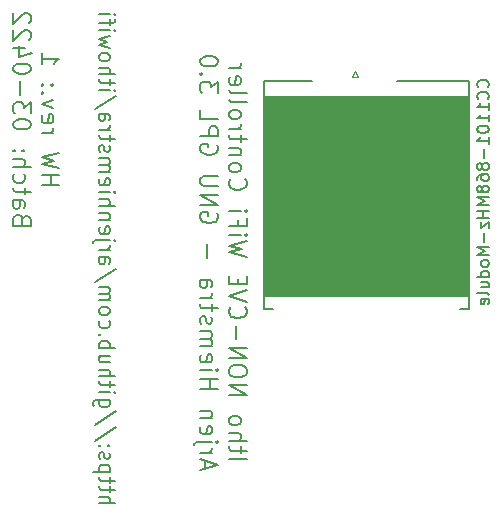
<source format=gbo>
G04 #@! TF.GenerationSoftware,KiCad,Pcbnew,(6.0.1-0)*
G04 #@! TF.CreationDate,2022-01-18T00:45:38+01:00*
G04 #@! TF.ProjectId,ithowifi_4l,6974686f-7769-4666-995f-346c2e6b6963,rev?*
G04 #@! TF.SameCoordinates,Original*
G04 #@! TF.FileFunction,Legend,Bot*
G04 #@! TF.FilePolarity,Positive*
%FSLAX46Y46*%
G04 Gerber Fmt 4.6, Leading zero omitted, Abs format (unit mm)*
G04 Created by KiCad (PCBNEW (6.0.1-0)) date 2022-01-18 00:45:38*
%MOMM*%
%LPD*%
G01*
G04 APERTURE LIST*
%ADD10C,0.100000*%
%ADD11C,0.200000*%
%ADD12C,0.150000*%
%ADD13C,0.120000*%
G04 APERTURE END LIST*
D10*
X104504000Y-131809200D02*
X87257400Y-131809200D01*
X87257400Y-131809200D02*
X87232000Y-114842000D01*
X87232000Y-114842000D02*
X104504000Y-114842000D01*
X104504000Y-114842000D02*
X104504000Y-131809200D01*
G36*
X104504000Y-131809200D02*
G01*
X87257400Y-131809200D01*
X87232000Y-114842000D01*
X104504000Y-114842000D01*
X104504000Y-131809200D01*
G37*
X104504000Y-131809200D02*
X87257400Y-131809200D01*
X87232000Y-114842000D01*
X104504000Y-114842000D01*
X104504000Y-131809200D01*
D11*
X84221928Y-145598657D02*
X85721928Y-145598657D01*
X85221928Y-145098657D02*
X85221928Y-144527228D01*
X85721928Y-144884371D02*
X84436214Y-144884371D01*
X84293357Y-144812942D01*
X84221928Y-144670085D01*
X84221928Y-144527228D01*
X84221928Y-144027228D02*
X85721928Y-144027228D01*
X84221928Y-143384371D02*
X85007642Y-143384371D01*
X85150500Y-143455800D01*
X85221928Y-143598657D01*
X85221928Y-143812942D01*
X85150500Y-143955800D01*
X85079071Y-144027228D01*
X84221928Y-142455800D02*
X84293357Y-142598657D01*
X84364785Y-142670085D01*
X84507642Y-142741514D01*
X84936214Y-142741514D01*
X85079071Y-142670085D01*
X85150500Y-142598657D01*
X85221928Y-142455800D01*
X85221928Y-142241514D01*
X85150500Y-142098657D01*
X85079071Y-142027228D01*
X84936214Y-141955800D01*
X84507642Y-141955800D01*
X84364785Y-142027228D01*
X84293357Y-142098657D01*
X84221928Y-142241514D01*
X84221928Y-142455800D01*
X84221928Y-140170085D02*
X85721928Y-140170085D01*
X84221928Y-139312942D01*
X85721928Y-139312942D01*
X85721928Y-138312942D02*
X85721928Y-138027228D01*
X85650500Y-137884371D01*
X85507642Y-137741514D01*
X85221928Y-137670085D01*
X84721928Y-137670085D01*
X84436214Y-137741514D01*
X84293357Y-137884371D01*
X84221928Y-138027228D01*
X84221928Y-138312942D01*
X84293357Y-138455800D01*
X84436214Y-138598657D01*
X84721928Y-138670085D01*
X85221928Y-138670085D01*
X85507642Y-138598657D01*
X85650500Y-138455800D01*
X85721928Y-138312942D01*
X84221928Y-137027228D02*
X85721928Y-137027228D01*
X84221928Y-136170085D01*
X85721928Y-136170085D01*
X84793357Y-135455800D02*
X84793357Y-134312942D01*
X84364785Y-132741514D02*
X84293357Y-132812942D01*
X84221928Y-133027228D01*
X84221928Y-133170085D01*
X84293357Y-133384371D01*
X84436214Y-133527228D01*
X84579071Y-133598657D01*
X84864785Y-133670085D01*
X85079071Y-133670085D01*
X85364785Y-133598657D01*
X85507642Y-133527228D01*
X85650500Y-133384371D01*
X85721928Y-133170085D01*
X85721928Y-133027228D01*
X85650500Y-132812942D01*
X85579071Y-132741514D01*
X85721928Y-132312942D02*
X84221928Y-131812942D01*
X85721928Y-131312942D01*
X85007642Y-130812942D02*
X85007642Y-130312942D01*
X84221928Y-130098657D02*
X84221928Y-130812942D01*
X85721928Y-130812942D01*
X85721928Y-130098657D01*
X85721928Y-128455800D02*
X84221928Y-128098657D01*
X85293357Y-127812942D01*
X84221928Y-127527228D01*
X85721928Y-127170085D01*
X84221928Y-126598657D02*
X85221928Y-126598657D01*
X85721928Y-126598657D02*
X85650500Y-126670085D01*
X85579071Y-126598657D01*
X85650500Y-126527228D01*
X85721928Y-126598657D01*
X85579071Y-126598657D01*
X85007642Y-125384371D02*
X85007642Y-125884371D01*
X84221928Y-125884371D02*
X85721928Y-125884371D01*
X85721928Y-125170085D01*
X84221928Y-124598657D02*
X85221928Y-124598657D01*
X85721928Y-124598657D02*
X85650500Y-124670085D01*
X85579071Y-124598657D01*
X85650500Y-124527228D01*
X85721928Y-124598657D01*
X85579071Y-124598657D01*
X84364785Y-121884371D02*
X84293357Y-121955800D01*
X84221928Y-122170085D01*
X84221928Y-122312942D01*
X84293357Y-122527228D01*
X84436214Y-122670085D01*
X84579071Y-122741514D01*
X84864785Y-122812942D01*
X85079071Y-122812942D01*
X85364785Y-122741514D01*
X85507642Y-122670085D01*
X85650500Y-122527228D01*
X85721928Y-122312942D01*
X85721928Y-122170085D01*
X85650500Y-121955800D01*
X85579071Y-121884371D01*
X84221928Y-121027228D02*
X84293357Y-121170085D01*
X84364785Y-121241514D01*
X84507642Y-121312942D01*
X84936214Y-121312942D01*
X85079071Y-121241514D01*
X85150500Y-121170085D01*
X85221928Y-121027228D01*
X85221928Y-120812942D01*
X85150500Y-120670085D01*
X85079071Y-120598657D01*
X84936214Y-120527228D01*
X84507642Y-120527228D01*
X84364785Y-120598657D01*
X84293357Y-120670085D01*
X84221928Y-120812942D01*
X84221928Y-121027228D01*
X85221928Y-119884371D02*
X84221928Y-119884371D01*
X85079071Y-119884371D02*
X85150500Y-119812942D01*
X85221928Y-119670085D01*
X85221928Y-119455800D01*
X85150500Y-119312942D01*
X85007642Y-119241514D01*
X84221928Y-119241514D01*
X85221928Y-118741514D02*
X85221928Y-118170085D01*
X85721928Y-118527228D02*
X84436214Y-118527228D01*
X84293357Y-118455800D01*
X84221928Y-118312942D01*
X84221928Y-118170085D01*
X84221928Y-117670085D02*
X85221928Y-117670085D01*
X84936214Y-117670085D02*
X85079071Y-117598657D01*
X85150500Y-117527228D01*
X85221928Y-117384371D01*
X85221928Y-117241514D01*
X84221928Y-116527228D02*
X84293357Y-116670085D01*
X84364785Y-116741514D01*
X84507642Y-116812942D01*
X84936214Y-116812942D01*
X85079071Y-116741514D01*
X85150500Y-116670085D01*
X85221928Y-116527228D01*
X85221928Y-116312942D01*
X85150500Y-116170085D01*
X85079071Y-116098657D01*
X84936214Y-116027228D01*
X84507642Y-116027228D01*
X84364785Y-116098657D01*
X84293357Y-116170085D01*
X84221928Y-116312942D01*
X84221928Y-116527228D01*
X84221928Y-115170085D02*
X84293357Y-115312942D01*
X84436214Y-115384371D01*
X85721928Y-115384371D01*
X84221928Y-114384371D02*
X84293357Y-114527228D01*
X84436214Y-114598657D01*
X85721928Y-114598657D01*
X84293357Y-113241514D02*
X84221928Y-113384371D01*
X84221928Y-113670085D01*
X84293357Y-113812942D01*
X84436214Y-113884371D01*
X85007642Y-113884371D01*
X85150500Y-113812942D01*
X85221928Y-113670085D01*
X85221928Y-113384371D01*
X85150500Y-113241514D01*
X85007642Y-113170085D01*
X84864785Y-113170085D01*
X84721928Y-113884371D01*
X84221928Y-112527228D02*
X85221928Y-112527228D01*
X84936214Y-112527228D02*
X85079071Y-112455800D01*
X85150500Y-112384371D01*
X85221928Y-112241514D01*
X85221928Y-112098657D01*
X82235500Y-146420085D02*
X82235500Y-145705800D01*
X81806928Y-146562942D02*
X83306928Y-146062942D01*
X81806928Y-145562942D01*
X81806928Y-145062942D02*
X82806928Y-145062942D01*
X82521214Y-145062942D02*
X82664071Y-144991514D01*
X82735500Y-144920085D01*
X82806928Y-144777228D01*
X82806928Y-144634371D01*
X82806928Y-144134371D02*
X81521214Y-144134371D01*
X81378357Y-144205800D01*
X81306928Y-144348657D01*
X81306928Y-144420085D01*
X83306928Y-144134371D02*
X83235500Y-144205800D01*
X83164071Y-144134371D01*
X83235500Y-144062942D01*
X83306928Y-144134371D01*
X83164071Y-144134371D01*
X81878357Y-142848657D02*
X81806928Y-142991514D01*
X81806928Y-143277228D01*
X81878357Y-143420085D01*
X82021214Y-143491514D01*
X82592642Y-143491514D01*
X82735500Y-143420085D01*
X82806928Y-143277228D01*
X82806928Y-142991514D01*
X82735500Y-142848657D01*
X82592642Y-142777228D01*
X82449785Y-142777228D01*
X82306928Y-143491514D01*
X82806928Y-142134371D02*
X81806928Y-142134371D01*
X82664071Y-142134371D02*
X82735500Y-142062942D01*
X82806928Y-141920085D01*
X82806928Y-141705800D01*
X82735500Y-141562942D01*
X82592642Y-141491514D01*
X81806928Y-141491514D01*
X81806928Y-139634371D02*
X83306928Y-139634371D01*
X82592642Y-139634371D02*
X82592642Y-138777228D01*
X81806928Y-138777228D02*
X83306928Y-138777228D01*
X81806928Y-138062942D02*
X82806928Y-138062942D01*
X83306928Y-138062942D02*
X83235500Y-138134371D01*
X83164071Y-138062942D01*
X83235500Y-137991514D01*
X83306928Y-138062942D01*
X83164071Y-138062942D01*
X81878357Y-136777228D02*
X81806928Y-136920085D01*
X81806928Y-137205800D01*
X81878357Y-137348657D01*
X82021214Y-137420085D01*
X82592642Y-137420085D01*
X82735500Y-137348657D01*
X82806928Y-137205800D01*
X82806928Y-136920085D01*
X82735500Y-136777228D01*
X82592642Y-136705800D01*
X82449785Y-136705800D01*
X82306928Y-137420085D01*
X81806928Y-136062942D02*
X82806928Y-136062942D01*
X82664071Y-136062942D02*
X82735500Y-135991514D01*
X82806928Y-135848657D01*
X82806928Y-135634371D01*
X82735500Y-135491514D01*
X82592642Y-135420085D01*
X81806928Y-135420085D01*
X82592642Y-135420085D02*
X82735500Y-135348657D01*
X82806928Y-135205800D01*
X82806928Y-134991514D01*
X82735500Y-134848657D01*
X82592642Y-134777228D01*
X81806928Y-134777228D01*
X81878357Y-134134371D02*
X81806928Y-133991514D01*
X81806928Y-133705800D01*
X81878357Y-133562942D01*
X82021214Y-133491514D01*
X82092642Y-133491514D01*
X82235500Y-133562942D01*
X82306928Y-133705800D01*
X82306928Y-133920085D01*
X82378357Y-134062942D01*
X82521214Y-134134371D01*
X82592642Y-134134371D01*
X82735500Y-134062942D01*
X82806928Y-133920085D01*
X82806928Y-133705800D01*
X82735500Y-133562942D01*
X82806928Y-133062942D02*
X82806928Y-132491514D01*
X83306928Y-132848657D02*
X82021214Y-132848657D01*
X81878357Y-132777228D01*
X81806928Y-132634371D01*
X81806928Y-132491514D01*
X81806928Y-131991514D02*
X82806928Y-131991514D01*
X82521214Y-131991514D02*
X82664071Y-131920085D01*
X82735500Y-131848657D01*
X82806928Y-131705800D01*
X82806928Y-131562942D01*
X81806928Y-130420085D02*
X82592642Y-130420085D01*
X82735500Y-130491514D01*
X82806928Y-130634371D01*
X82806928Y-130920085D01*
X82735500Y-131062942D01*
X81878357Y-130420085D02*
X81806928Y-130562942D01*
X81806928Y-130920085D01*
X81878357Y-131062942D01*
X82021214Y-131134371D01*
X82164071Y-131134371D01*
X82306928Y-131062942D01*
X82378357Y-130920085D01*
X82378357Y-130562942D01*
X82449785Y-130420085D01*
X82378357Y-128562942D02*
X82378357Y-127420085D01*
X83235500Y-124777228D02*
X83306928Y-124920085D01*
X83306928Y-125134371D01*
X83235500Y-125348657D01*
X83092642Y-125491514D01*
X82949785Y-125562942D01*
X82664071Y-125634371D01*
X82449785Y-125634371D01*
X82164071Y-125562942D01*
X82021214Y-125491514D01*
X81878357Y-125348657D01*
X81806928Y-125134371D01*
X81806928Y-124991514D01*
X81878357Y-124777228D01*
X81949785Y-124705800D01*
X82449785Y-124705800D01*
X82449785Y-124991514D01*
X81806928Y-124062942D02*
X83306928Y-124062942D01*
X81806928Y-123205800D01*
X83306928Y-123205800D01*
X83306928Y-122491514D02*
X82092642Y-122491514D01*
X81949785Y-122420085D01*
X81878357Y-122348657D01*
X81806928Y-122205800D01*
X81806928Y-121920085D01*
X81878357Y-121777228D01*
X81949785Y-121705800D01*
X82092642Y-121634371D01*
X83306928Y-121634371D01*
X83235500Y-118991514D02*
X83306928Y-119134371D01*
X83306928Y-119348657D01*
X83235500Y-119562942D01*
X83092642Y-119705800D01*
X82949785Y-119777228D01*
X82664071Y-119848657D01*
X82449785Y-119848657D01*
X82164071Y-119777228D01*
X82021214Y-119705800D01*
X81878357Y-119562942D01*
X81806928Y-119348657D01*
X81806928Y-119205800D01*
X81878357Y-118991514D01*
X81949785Y-118920085D01*
X82449785Y-118920085D01*
X82449785Y-119205800D01*
X81806928Y-118277228D02*
X83306928Y-118277228D01*
X83306928Y-117705800D01*
X83235500Y-117562942D01*
X83164071Y-117491514D01*
X83021214Y-117420085D01*
X82806928Y-117420085D01*
X82664071Y-117491514D01*
X82592642Y-117562942D01*
X82521214Y-117705800D01*
X82521214Y-118277228D01*
X81806928Y-116062942D02*
X81806928Y-116777228D01*
X83306928Y-116777228D01*
X83306928Y-114562942D02*
X83306928Y-113634371D01*
X82735500Y-114134371D01*
X82735500Y-113920085D01*
X82664071Y-113777228D01*
X82592642Y-113705800D01*
X82449785Y-113634371D01*
X82092642Y-113634371D01*
X81949785Y-113705800D01*
X81878357Y-113777228D01*
X81806928Y-113920085D01*
X81806928Y-114348657D01*
X81878357Y-114491514D01*
X81949785Y-114562942D01*
X81949785Y-112991514D02*
X81878357Y-112920085D01*
X81806928Y-112991514D01*
X81878357Y-113062942D01*
X81949785Y-112991514D01*
X81806928Y-112991514D01*
X83306928Y-111991514D02*
X83306928Y-111848657D01*
X83235500Y-111705800D01*
X83164071Y-111634371D01*
X83021214Y-111562942D01*
X82735500Y-111491514D01*
X82378357Y-111491514D01*
X82092642Y-111562942D01*
X81949785Y-111634371D01*
X81878357Y-111705800D01*
X81806928Y-111848657D01*
X81806928Y-111991514D01*
X81878357Y-112134371D01*
X81949785Y-112205800D01*
X82092642Y-112277228D01*
X82378357Y-112348657D01*
X82735500Y-112348657D01*
X83021214Y-112277228D01*
X83164071Y-112205800D01*
X83235500Y-112134371D01*
X83306928Y-111991514D01*
X73217166Y-149358142D02*
X74617166Y-149358142D01*
X73217166Y-148801000D02*
X73950500Y-148801000D01*
X74083833Y-148862904D01*
X74150500Y-148986714D01*
X74150500Y-149172428D01*
X74083833Y-149296238D01*
X74017166Y-149358142D01*
X74150500Y-148367666D02*
X74150500Y-147872428D01*
X74617166Y-148181952D02*
X73417166Y-148181952D01*
X73283833Y-148120047D01*
X73217166Y-147996238D01*
X73217166Y-147872428D01*
X74150500Y-147624809D02*
X74150500Y-147129571D01*
X74617166Y-147439095D02*
X73417166Y-147439095D01*
X73283833Y-147377190D01*
X73217166Y-147253380D01*
X73217166Y-147129571D01*
X74150500Y-146696238D02*
X72750500Y-146696238D01*
X74083833Y-146696238D02*
X74150500Y-146572428D01*
X74150500Y-146324809D01*
X74083833Y-146201000D01*
X74017166Y-146139095D01*
X73883833Y-146077190D01*
X73483833Y-146077190D01*
X73350500Y-146139095D01*
X73283833Y-146201000D01*
X73217166Y-146324809D01*
X73217166Y-146572428D01*
X73283833Y-146696238D01*
X73283833Y-145581952D02*
X73217166Y-145458142D01*
X73217166Y-145210523D01*
X73283833Y-145086714D01*
X73417166Y-145024809D01*
X73483833Y-145024809D01*
X73617166Y-145086714D01*
X73683833Y-145210523D01*
X73683833Y-145396238D01*
X73750500Y-145520047D01*
X73883833Y-145581952D01*
X73950500Y-145581952D01*
X74083833Y-145520047D01*
X74150500Y-145396238D01*
X74150500Y-145210523D01*
X74083833Y-145086714D01*
X73350500Y-144467666D02*
X73283833Y-144405761D01*
X73217166Y-144467666D01*
X73283833Y-144529571D01*
X73350500Y-144467666D01*
X73217166Y-144467666D01*
X74083833Y-144467666D02*
X74017166Y-144405761D01*
X73950500Y-144467666D01*
X74017166Y-144529571D01*
X74083833Y-144467666D01*
X73950500Y-144467666D01*
X74683833Y-142920047D02*
X72883833Y-144034333D01*
X74683833Y-141558142D02*
X72883833Y-142672428D01*
X74150500Y-140567666D02*
X73017166Y-140567666D01*
X72883833Y-140629571D01*
X72817166Y-140691476D01*
X72750500Y-140815285D01*
X72750500Y-141001000D01*
X72817166Y-141124809D01*
X73283833Y-140567666D02*
X73217166Y-140691476D01*
X73217166Y-140939095D01*
X73283833Y-141062904D01*
X73350500Y-141124809D01*
X73483833Y-141186714D01*
X73883833Y-141186714D01*
X74017166Y-141124809D01*
X74083833Y-141062904D01*
X74150500Y-140939095D01*
X74150500Y-140691476D01*
X74083833Y-140567666D01*
X73217166Y-139948619D02*
X74150500Y-139948619D01*
X74617166Y-139948619D02*
X74550500Y-140010523D01*
X74483833Y-139948619D01*
X74550500Y-139886714D01*
X74617166Y-139948619D01*
X74483833Y-139948619D01*
X74150500Y-139515285D02*
X74150500Y-139020047D01*
X74617166Y-139329571D02*
X73417166Y-139329571D01*
X73283833Y-139267666D01*
X73217166Y-139143857D01*
X73217166Y-139020047D01*
X73217166Y-138586714D02*
X74617166Y-138586714D01*
X73217166Y-138029571D02*
X73950500Y-138029571D01*
X74083833Y-138091476D01*
X74150500Y-138215285D01*
X74150500Y-138401000D01*
X74083833Y-138524809D01*
X74017166Y-138586714D01*
X74150500Y-136853380D02*
X73217166Y-136853380D01*
X74150500Y-137410523D02*
X73417166Y-137410523D01*
X73283833Y-137348619D01*
X73217166Y-137224809D01*
X73217166Y-137039095D01*
X73283833Y-136915285D01*
X73350500Y-136853380D01*
X73217166Y-136234333D02*
X74617166Y-136234333D01*
X74083833Y-136234333D02*
X74150500Y-136110523D01*
X74150500Y-135862904D01*
X74083833Y-135739095D01*
X74017166Y-135677190D01*
X73883833Y-135615285D01*
X73483833Y-135615285D01*
X73350500Y-135677190D01*
X73283833Y-135739095D01*
X73217166Y-135862904D01*
X73217166Y-136110523D01*
X73283833Y-136234333D01*
X73350500Y-135058142D02*
X73283833Y-134996238D01*
X73217166Y-135058142D01*
X73283833Y-135120047D01*
X73350500Y-135058142D01*
X73217166Y-135058142D01*
X73283833Y-133881952D02*
X73217166Y-134005761D01*
X73217166Y-134253380D01*
X73283833Y-134377190D01*
X73350500Y-134439095D01*
X73483833Y-134501000D01*
X73883833Y-134501000D01*
X74017166Y-134439095D01*
X74083833Y-134377190D01*
X74150500Y-134253380D01*
X74150500Y-134005761D01*
X74083833Y-133881952D01*
X73217166Y-133139095D02*
X73283833Y-133262904D01*
X73350500Y-133324809D01*
X73483833Y-133386714D01*
X73883833Y-133386714D01*
X74017166Y-133324809D01*
X74083833Y-133262904D01*
X74150500Y-133139095D01*
X74150500Y-132953380D01*
X74083833Y-132829571D01*
X74017166Y-132767666D01*
X73883833Y-132705761D01*
X73483833Y-132705761D01*
X73350500Y-132767666D01*
X73283833Y-132829571D01*
X73217166Y-132953380D01*
X73217166Y-133139095D01*
X73217166Y-132148619D02*
X74150500Y-132148619D01*
X74017166Y-132148619D02*
X74083833Y-132086714D01*
X74150500Y-131962904D01*
X74150500Y-131777190D01*
X74083833Y-131653380D01*
X73950500Y-131591476D01*
X73217166Y-131591476D01*
X73950500Y-131591476D02*
X74083833Y-131529571D01*
X74150500Y-131405761D01*
X74150500Y-131220047D01*
X74083833Y-131096238D01*
X73950500Y-131034333D01*
X73217166Y-131034333D01*
X74683833Y-129486714D02*
X72883833Y-130601000D01*
X73217166Y-128496238D02*
X73950500Y-128496238D01*
X74083833Y-128558142D01*
X74150500Y-128681952D01*
X74150500Y-128929571D01*
X74083833Y-129053380D01*
X73283833Y-128496238D02*
X73217166Y-128620047D01*
X73217166Y-128929571D01*
X73283833Y-129053380D01*
X73417166Y-129115285D01*
X73550500Y-129115285D01*
X73683833Y-129053380D01*
X73750500Y-128929571D01*
X73750500Y-128620047D01*
X73817166Y-128496238D01*
X73217166Y-127877190D02*
X74150500Y-127877190D01*
X73883833Y-127877190D02*
X74017166Y-127815285D01*
X74083833Y-127753380D01*
X74150500Y-127629571D01*
X74150500Y-127505761D01*
X74150500Y-127072428D02*
X72950500Y-127072428D01*
X72817166Y-127134333D01*
X72750500Y-127258142D01*
X72750500Y-127320047D01*
X74617166Y-127072428D02*
X74550500Y-127134333D01*
X74483833Y-127072428D01*
X74550500Y-127010523D01*
X74617166Y-127072428D01*
X74483833Y-127072428D01*
X73283833Y-125958142D02*
X73217166Y-126081952D01*
X73217166Y-126329571D01*
X73283833Y-126453380D01*
X73417166Y-126515285D01*
X73950500Y-126515285D01*
X74083833Y-126453380D01*
X74150500Y-126329571D01*
X74150500Y-126081952D01*
X74083833Y-125958142D01*
X73950500Y-125896238D01*
X73817166Y-125896238D01*
X73683833Y-126515285D01*
X74150500Y-125339095D02*
X73217166Y-125339095D01*
X74017166Y-125339095D02*
X74083833Y-125277190D01*
X74150500Y-125153380D01*
X74150500Y-124967666D01*
X74083833Y-124843857D01*
X73950500Y-124781952D01*
X73217166Y-124781952D01*
X73217166Y-124162904D02*
X74617166Y-124162904D01*
X73217166Y-123605761D02*
X73950500Y-123605761D01*
X74083833Y-123667666D01*
X74150500Y-123791476D01*
X74150500Y-123977190D01*
X74083833Y-124101000D01*
X74017166Y-124162904D01*
X73217166Y-122986714D02*
X74150500Y-122986714D01*
X74617166Y-122986714D02*
X74550500Y-123048619D01*
X74483833Y-122986714D01*
X74550500Y-122924809D01*
X74617166Y-122986714D01*
X74483833Y-122986714D01*
X73283833Y-121872428D02*
X73217166Y-121996238D01*
X73217166Y-122243857D01*
X73283833Y-122367666D01*
X73417166Y-122429571D01*
X73950500Y-122429571D01*
X74083833Y-122367666D01*
X74150500Y-122243857D01*
X74150500Y-121996238D01*
X74083833Y-121872428D01*
X73950500Y-121810523D01*
X73817166Y-121810523D01*
X73683833Y-122429571D01*
X73217166Y-121253380D02*
X74150500Y-121253380D01*
X74017166Y-121253380D02*
X74083833Y-121191476D01*
X74150500Y-121067666D01*
X74150500Y-120881952D01*
X74083833Y-120758142D01*
X73950500Y-120696238D01*
X73217166Y-120696238D01*
X73950500Y-120696238D02*
X74083833Y-120634333D01*
X74150500Y-120510523D01*
X74150500Y-120324809D01*
X74083833Y-120201000D01*
X73950500Y-120139095D01*
X73217166Y-120139095D01*
X73283833Y-119581952D02*
X73217166Y-119458142D01*
X73217166Y-119210523D01*
X73283833Y-119086714D01*
X73417166Y-119024809D01*
X73483833Y-119024809D01*
X73617166Y-119086714D01*
X73683833Y-119210523D01*
X73683833Y-119396238D01*
X73750500Y-119520047D01*
X73883833Y-119581952D01*
X73950500Y-119581952D01*
X74083833Y-119520047D01*
X74150500Y-119396238D01*
X74150500Y-119210523D01*
X74083833Y-119086714D01*
X74150500Y-118653380D02*
X74150500Y-118158142D01*
X74617166Y-118467666D02*
X73417166Y-118467666D01*
X73283833Y-118405761D01*
X73217166Y-118281952D01*
X73217166Y-118158142D01*
X73217166Y-117724809D02*
X74150500Y-117724809D01*
X73883833Y-117724809D02*
X74017166Y-117662904D01*
X74083833Y-117600999D01*
X74150500Y-117477190D01*
X74150500Y-117353380D01*
X73217166Y-116362904D02*
X73950500Y-116362904D01*
X74083833Y-116424809D01*
X74150500Y-116548619D01*
X74150500Y-116796238D01*
X74083833Y-116920047D01*
X73283833Y-116362904D02*
X73217166Y-116486714D01*
X73217166Y-116796238D01*
X73283833Y-116920047D01*
X73417166Y-116981952D01*
X73550500Y-116981952D01*
X73683833Y-116920047D01*
X73750500Y-116796238D01*
X73750500Y-116486714D01*
X73817166Y-116362904D01*
X74683833Y-114815285D02*
X72883833Y-115929571D01*
X73217166Y-114381952D02*
X74150500Y-114381952D01*
X74617166Y-114381952D02*
X74550500Y-114443857D01*
X74483833Y-114381952D01*
X74550500Y-114320047D01*
X74617166Y-114381952D01*
X74483833Y-114381952D01*
X74150500Y-113948619D02*
X74150500Y-113453380D01*
X74617166Y-113762904D02*
X73417166Y-113762904D01*
X73283833Y-113701000D01*
X73217166Y-113577190D01*
X73217166Y-113453380D01*
X73217166Y-113020047D02*
X74617166Y-113020047D01*
X73217166Y-112462904D02*
X73950500Y-112462904D01*
X74083833Y-112524809D01*
X74150500Y-112648619D01*
X74150500Y-112834333D01*
X74083833Y-112958142D01*
X74017166Y-113020047D01*
X73217166Y-111658142D02*
X73283833Y-111781952D01*
X73350500Y-111843857D01*
X73483833Y-111905761D01*
X73883833Y-111905761D01*
X74017166Y-111843857D01*
X74083833Y-111781952D01*
X74150500Y-111658142D01*
X74150500Y-111472428D01*
X74083833Y-111348619D01*
X74017166Y-111286714D01*
X73883833Y-111224809D01*
X73483833Y-111224809D01*
X73350500Y-111286714D01*
X73283833Y-111348619D01*
X73217166Y-111472428D01*
X73217166Y-111658142D01*
X74150500Y-110791476D02*
X73217166Y-110543857D01*
X73883833Y-110296238D01*
X73217166Y-110048619D01*
X74150500Y-109801000D01*
X73217166Y-109305761D02*
X74150500Y-109305761D01*
X74617166Y-109305761D02*
X74550500Y-109367666D01*
X74483833Y-109305761D01*
X74550500Y-109243857D01*
X74617166Y-109305761D01*
X74483833Y-109305761D01*
X74150500Y-108872428D02*
X74150500Y-108377190D01*
X73217166Y-108686714D02*
X74417166Y-108686714D01*
X74550500Y-108624809D01*
X74617166Y-108501000D01*
X74617166Y-108377190D01*
X73217166Y-107943857D02*
X74150500Y-107943857D01*
X74617166Y-107943857D02*
X74550500Y-108005761D01*
X74483833Y-107943857D01*
X74550500Y-107881952D01*
X74617166Y-107943857D01*
X74483833Y-107943857D01*
X68372328Y-122401114D02*
X69872328Y-122401114D01*
X69158042Y-122401114D02*
X69158042Y-121543971D01*
X68372328Y-121543971D02*
X69872328Y-121543971D01*
X69872328Y-120972542D02*
X68372328Y-120615400D01*
X69443757Y-120329685D01*
X68372328Y-120043971D01*
X69872328Y-119686828D01*
X68372328Y-117972542D02*
X69372328Y-117972542D01*
X69086614Y-117972542D02*
X69229471Y-117901114D01*
X69300900Y-117829685D01*
X69372328Y-117686828D01*
X69372328Y-117543971D01*
X68443757Y-116472542D02*
X68372328Y-116615400D01*
X68372328Y-116901114D01*
X68443757Y-117043971D01*
X68586614Y-117115400D01*
X69158042Y-117115400D01*
X69300900Y-117043971D01*
X69372328Y-116901114D01*
X69372328Y-116615400D01*
X69300900Y-116472542D01*
X69158042Y-116401114D01*
X69015185Y-116401114D01*
X68872328Y-117115400D01*
X69372328Y-115901114D02*
X68372328Y-115543971D01*
X69372328Y-115186828D01*
X68515185Y-114615400D02*
X68443757Y-114543971D01*
X68372328Y-114615400D01*
X68443757Y-114686828D01*
X68515185Y-114615400D01*
X68372328Y-114615400D01*
X68515185Y-113901114D02*
X68443757Y-113829685D01*
X68372328Y-113901114D01*
X68443757Y-113972542D01*
X68515185Y-113901114D01*
X68372328Y-113901114D01*
X69300900Y-113901114D02*
X69229471Y-113829685D01*
X69158042Y-113901114D01*
X69229471Y-113972542D01*
X69300900Y-113901114D01*
X69158042Y-113901114D01*
X68372328Y-111258257D02*
X68372328Y-112115400D01*
X68372328Y-111686828D02*
X69872328Y-111686828D01*
X69658042Y-111829685D01*
X69515185Y-111972542D01*
X69443757Y-112115400D01*
X66743042Y-125329685D02*
X66671614Y-125115400D01*
X66600185Y-125043971D01*
X66457328Y-124972542D01*
X66243042Y-124972542D01*
X66100185Y-125043971D01*
X66028757Y-125115400D01*
X65957328Y-125258257D01*
X65957328Y-125829685D01*
X67457328Y-125829685D01*
X67457328Y-125329685D01*
X67385900Y-125186828D01*
X67314471Y-125115400D01*
X67171614Y-125043971D01*
X67028757Y-125043971D01*
X66885900Y-125115400D01*
X66814471Y-125186828D01*
X66743042Y-125329685D01*
X66743042Y-125829685D01*
X65957328Y-123686828D02*
X66743042Y-123686828D01*
X66885900Y-123758257D01*
X66957328Y-123901114D01*
X66957328Y-124186828D01*
X66885900Y-124329685D01*
X66028757Y-123686828D02*
X65957328Y-123829685D01*
X65957328Y-124186828D01*
X66028757Y-124329685D01*
X66171614Y-124401114D01*
X66314471Y-124401114D01*
X66457328Y-124329685D01*
X66528757Y-124186828D01*
X66528757Y-123829685D01*
X66600185Y-123686828D01*
X66957328Y-123186828D02*
X66957328Y-122615400D01*
X67457328Y-122972542D02*
X66171614Y-122972542D01*
X66028757Y-122901114D01*
X65957328Y-122758257D01*
X65957328Y-122615400D01*
X66028757Y-121472542D02*
X65957328Y-121615400D01*
X65957328Y-121901114D01*
X66028757Y-122043971D01*
X66100185Y-122115400D01*
X66243042Y-122186828D01*
X66671614Y-122186828D01*
X66814471Y-122115400D01*
X66885900Y-122043971D01*
X66957328Y-121901114D01*
X66957328Y-121615400D01*
X66885900Y-121472542D01*
X65957328Y-120829685D02*
X67457328Y-120829685D01*
X65957328Y-120186828D02*
X66743042Y-120186828D01*
X66885900Y-120258257D01*
X66957328Y-120401114D01*
X66957328Y-120615400D01*
X66885900Y-120758257D01*
X66814471Y-120829685D01*
X66100185Y-119472542D02*
X66028757Y-119401114D01*
X65957328Y-119472542D01*
X66028757Y-119543971D01*
X66100185Y-119472542D01*
X65957328Y-119472542D01*
X66885900Y-119472542D02*
X66814471Y-119401114D01*
X66743042Y-119472542D01*
X66814471Y-119543971D01*
X66885900Y-119472542D01*
X66743042Y-119472542D01*
X67457328Y-117329685D02*
X67457328Y-117186828D01*
X67385900Y-117043971D01*
X67314471Y-116972542D01*
X67171614Y-116901114D01*
X66885900Y-116829685D01*
X66528757Y-116829685D01*
X66243042Y-116901114D01*
X66100185Y-116972542D01*
X66028757Y-117043971D01*
X65957328Y-117186828D01*
X65957328Y-117329685D01*
X66028757Y-117472542D01*
X66100185Y-117543971D01*
X66243042Y-117615400D01*
X66528757Y-117686828D01*
X66885900Y-117686828D01*
X67171614Y-117615400D01*
X67314471Y-117543971D01*
X67385900Y-117472542D01*
X67457328Y-117329685D01*
X67457328Y-116329685D02*
X67457328Y-115401114D01*
X66885900Y-115901114D01*
X66885900Y-115686828D01*
X66814471Y-115543971D01*
X66743042Y-115472542D01*
X66600185Y-115401114D01*
X66243042Y-115401114D01*
X66100185Y-115472542D01*
X66028757Y-115543971D01*
X65957328Y-115686828D01*
X65957328Y-116115400D01*
X66028757Y-116258257D01*
X66100185Y-116329685D01*
X66528757Y-114758257D02*
X66528757Y-113615400D01*
X67457328Y-112615400D02*
X67457328Y-112472542D01*
X67385900Y-112329685D01*
X67314471Y-112258257D01*
X67171614Y-112186828D01*
X66885900Y-112115400D01*
X66528757Y-112115400D01*
X66243042Y-112186828D01*
X66100185Y-112258257D01*
X66028757Y-112329685D01*
X65957328Y-112472542D01*
X65957328Y-112615400D01*
X66028757Y-112758257D01*
X66100185Y-112829685D01*
X66243042Y-112901114D01*
X66528757Y-112972542D01*
X66885900Y-112972542D01*
X67171614Y-112901114D01*
X67314471Y-112829685D01*
X67385900Y-112758257D01*
X67457328Y-112615400D01*
X66957328Y-110829685D02*
X65957328Y-110829685D01*
X67528757Y-111186828D02*
X66457328Y-111543971D01*
X66457328Y-110615400D01*
X67314471Y-110115400D02*
X67385900Y-110043971D01*
X67457328Y-109901114D01*
X67457328Y-109543971D01*
X67385900Y-109401114D01*
X67314471Y-109329685D01*
X67171614Y-109258257D01*
X67028757Y-109258257D01*
X66814471Y-109329685D01*
X65957328Y-110186828D01*
X65957328Y-109258257D01*
X67314471Y-108686828D02*
X67385900Y-108615400D01*
X67457328Y-108472542D01*
X67457328Y-108115400D01*
X67385900Y-107972542D01*
X67314471Y-107901114D01*
X67171614Y-107829685D01*
X67028757Y-107829685D01*
X66814471Y-107901114D01*
X65957328Y-108758257D01*
X65957328Y-107829685D01*
D12*
X106135142Y-114104047D02*
X106182761Y-114056428D01*
X106230380Y-113913571D01*
X106230380Y-113818333D01*
X106182761Y-113675476D01*
X106087523Y-113580238D01*
X105992285Y-113532619D01*
X105801809Y-113485000D01*
X105658952Y-113485000D01*
X105468476Y-113532619D01*
X105373238Y-113580238D01*
X105278000Y-113675476D01*
X105230380Y-113818333D01*
X105230380Y-113913571D01*
X105278000Y-114056428D01*
X105325619Y-114104047D01*
X106135142Y-115104047D02*
X106182761Y-115056428D01*
X106230380Y-114913571D01*
X106230380Y-114818333D01*
X106182761Y-114675476D01*
X106087523Y-114580238D01*
X105992285Y-114532619D01*
X105801809Y-114485000D01*
X105658952Y-114485000D01*
X105468476Y-114532619D01*
X105373238Y-114580238D01*
X105278000Y-114675476D01*
X105230380Y-114818333D01*
X105230380Y-114913571D01*
X105278000Y-115056428D01*
X105325619Y-115104047D01*
X106230380Y-116056428D02*
X106230380Y-115485000D01*
X106230380Y-115770714D02*
X105230380Y-115770714D01*
X105373238Y-115675476D01*
X105468476Y-115580238D01*
X105516095Y-115485000D01*
X106230380Y-117008809D02*
X106230380Y-116437380D01*
X106230380Y-116723095D02*
X105230380Y-116723095D01*
X105373238Y-116627857D01*
X105468476Y-116532619D01*
X105516095Y-116437380D01*
X105230380Y-117627857D02*
X105230380Y-117723095D01*
X105278000Y-117818333D01*
X105325619Y-117865952D01*
X105420857Y-117913571D01*
X105611333Y-117961190D01*
X105849428Y-117961190D01*
X106039904Y-117913571D01*
X106135142Y-117865952D01*
X106182761Y-117818333D01*
X106230380Y-117723095D01*
X106230380Y-117627857D01*
X106182761Y-117532619D01*
X106135142Y-117485000D01*
X106039904Y-117437380D01*
X105849428Y-117389761D01*
X105611333Y-117389761D01*
X105420857Y-117437380D01*
X105325619Y-117485000D01*
X105278000Y-117532619D01*
X105230380Y-117627857D01*
X106230380Y-118913571D02*
X106230380Y-118342142D01*
X106230380Y-118627857D02*
X105230380Y-118627857D01*
X105373238Y-118532619D01*
X105468476Y-118437380D01*
X105516095Y-118342142D01*
X105849428Y-119342142D02*
X105849428Y-120104047D01*
X105658952Y-120723095D02*
X105611333Y-120627857D01*
X105563714Y-120580238D01*
X105468476Y-120532619D01*
X105420857Y-120532619D01*
X105325619Y-120580238D01*
X105278000Y-120627857D01*
X105230380Y-120723095D01*
X105230380Y-120913571D01*
X105278000Y-121008809D01*
X105325619Y-121056428D01*
X105420857Y-121104047D01*
X105468476Y-121104047D01*
X105563714Y-121056428D01*
X105611333Y-121008809D01*
X105658952Y-120913571D01*
X105658952Y-120723095D01*
X105706571Y-120627857D01*
X105754190Y-120580238D01*
X105849428Y-120532619D01*
X106039904Y-120532619D01*
X106135142Y-120580238D01*
X106182761Y-120627857D01*
X106230380Y-120723095D01*
X106230380Y-120913571D01*
X106182761Y-121008809D01*
X106135142Y-121056428D01*
X106039904Y-121104047D01*
X105849428Y-121104047D01*
X105754190Y-121056428D01*
X105706571Y-121008809D01*
X105658952Y-120913571D01*
X105230380Y-121961190D02*
X105230380Y-121770714D01*
X105278000Y-121675476D01*
X105325619Y-121627857D01*
X105468476Y-121532619D01*
X105658952Y-121485000D01*
X106039904Y-121485000D01*
X106135142Y-121532619D01*
X106182761Y-121580238D01*
X106230380Y-121675476D01*
X106230380Y-121865952D01*
X106182761Y-121961190D01*
X106135142Y-122008809D01*
X106039904Y-122056428D01*
X105801809Y-122056428D01*
X105706571Y-122008809D01*
X105658952Y-121961190D01*
X105611333Y-121865952D01*
X105611333Y-121675476D01*
X105658952Y-121580238D01*
X105706571Y-121532619D01*
X105801809Y-121485000D01*
X105658952Y-122627857D02*
X105611333Y-122532619D01*
X105563714Y-122485000D01*
X105468476Y-122437380D01*
X105420857Y-122437380D01*
X105325619Y-122485000D01*
X105278000Y-122532619D01*
X105230380Y-122627857D01*
X105230380Y-122818333D01*
X105278000Y-122913571D01*
X105325619Y-122961190D01*
X105420857Y-123008809D01*
X105468476Y-123008809D01*
X105563714Y-122961190D01*
X105611333Y-122913571D01*
X105658952Y-122818333D01*
X105658952Y-122627857D01*
X105706571Y-122532619D01*
X105754190Y-122485000D01*
X105849428Y-122437380D01*
X106039904Y-122437380D01*
X106135142Y-122485000D01*
X106182761Y-122532619D01*
X106230380Y-122627857D01*
X106230380Y-122818333D01*
X106182761Y-122913571D01*
X106135142Y-122961190D01*
X106039904Y-123008809D01*
X105849428Y-123008809D01*
X105754190Y-122961190D01*
X105706571Y-122913571D01*
X105658952Y-122818333D01*
X106230380Y-123437380D02*
X105230380Y-123437380D01*
X105944666Y-123770714D01*
X105230380Y-124104047D01*
X106230380Y-124104047D01*
X106230380Y-124580238D02*
X105230380Y-124580238D01*
X105706571Y-124580238D02*
X105706571Y-125151666D01*
X106230380Y-125151666D02*
X105230380Y-125151666D01*
X105563714Y-125532619D02*
X105563714Y-126056428D01*
X106230380Y-125532619D01*
X106230380Y-126056428D01*
X105849428Y-126437380D02*
X105849428Y-127199285D01*
X106230380Y-127675476D02*
X105230380Y-127675476D01*
X105944666Y-128008809D01*
X105230380Y-128342142D01*
X106230380Y-128342142D01*
X106230380Y-128961190D02*
X106182761Y-128865952D01*
X106135142Y-128818333D01*
X106039904Y-128770714D01*
X105754190Y-128770714D01*
X105658952Y-128818333D01*
X105611333Y-128865952D01*
X105563714Y-128961190D01*
X105563714Y-129104047D01*
X105611333Y-129199285D01*
X105658952Y-129246904D01*
X105754190Y-129294523D01*
X106039904Y-129294523D01*
X106135142Y-129246904D01*
X106182761Y-129199285D01*
X106230380Y-129104047D01*
X106230380Y-128961190D01*
X106230380Y-130151666D02*
X105230380Y-130151666D01*
X106182761Y-130151666D02*
X106230380Y-130056428D01*
X106230380Y-129865952D01*
X106182761Y-129770714D01*
X106135142Y-129723095D01*
X106039904Y-129675476D01*
X105754190Y-129675476D01*
X105658952Y-129723095D01*
X105611333Y-129770714D01*
X105563714Y-129865952D01*
X105563714Y-130056428D01*
X105611333Y-130151666D01*
X105563714Y-131056428D02*
X106230380Y-131056428D01*
X105563714Y-130627857D02*
X106087523Y-130627857D01*
X106182761Y-130675476D01*
X106230380Y-130770714D01*
X106230380Y-130913571D01*
X106182761Y-131008809D01*
X106135142Y-131056428D01*
X106230380Y-131675476D02*
X106182761Y-131580238D01*
X106087523Y-131532619D01*
X105230380Y-131532619D01*
X106182761Y-132437380D02*
X106230380Y-132342142D01*
X106230380Y-132151666D01*
X106182761Y-132056428D01*
X106087523Y-132008809D01*
X105706571Y-132008809D01*
X105611333Y-132056428D01*
X105563714Y-132151666D01*
X105563714Y-132342142D01*
X105611333Y-132437380D01*
X105706571Y-132485000D01*
X105801809Y-132485000D01*
X105897047Y-132008809D01*
X87222000Y-113589000D02*
X87222000Y-132889000D01*
X87222000Y-132889000D02*
X87972000Y-132889000D01*
X91247000Y-113589000D02*
X87222000Y-113589000D01*
X104522000Y-132889000D02*
X104522000Y-113589000D01*
X104522000Y-113589000D02*
X98497000Y-113589000D01*
X103772000Y-132889000D02*
X104522000Y-132889000D01*
D13*
X95131400Y-113258400D02*
X94631400Y-113258400D01*
X94881400Y-112758400D02*
X95131400Y-113258400D01*
X94631400Y-113258400D02*
X94881400Y-112758400D01*
M02*

</source>
